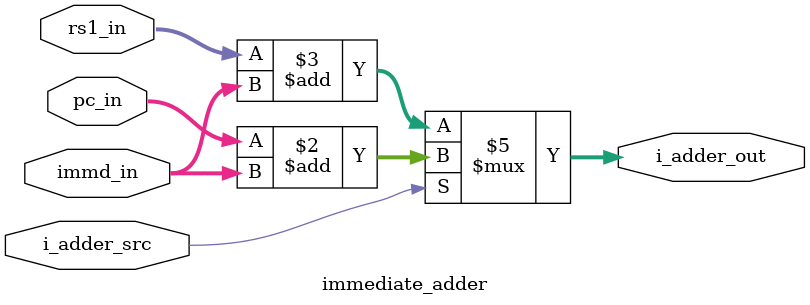
<source format=v>
`timescale 1ns / 1ps

module immediate_adder(input [31:0]pc_in,
input [31:0]rs1_in, input[31:0] immd_in,
input i_adder_src,output reg [31:0]i_adder_out
    );
    begin
    always@(i_adder_src)
    if(i_adder_src) 
     i_adder_out=pc_in+immd_in;
     else
     i_adder_out=rs1_in+immd_in;
     end
endmodule

</source>
